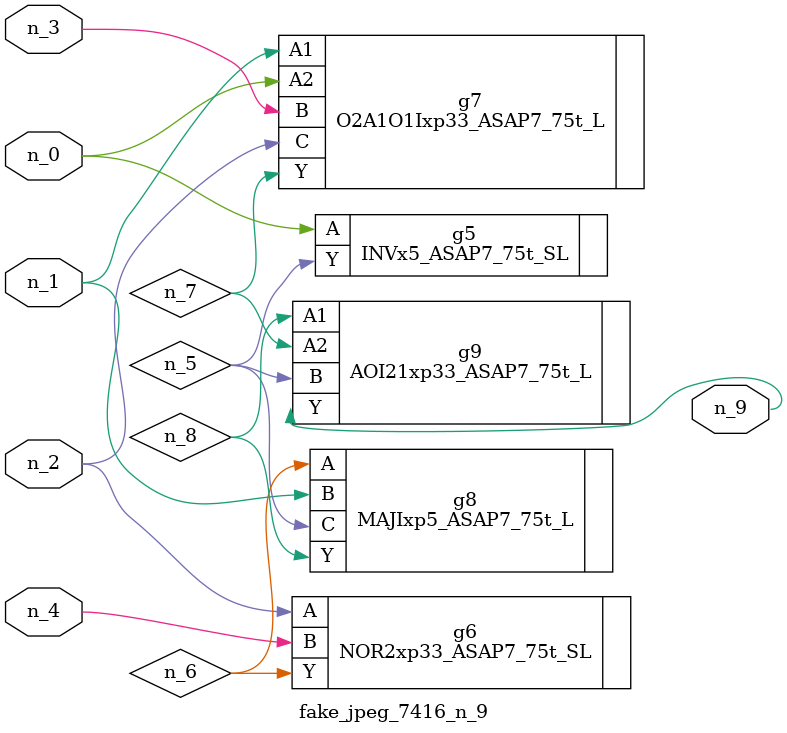
<source format=v>
module fake_jpeg_7416_n_9 (n_3, n_2, n_1, n_0, n_4, n_9);

input n_3;
input n_2;
input n_1;
input n_0;
input n_4;

output n_9;

wire n_8;
wire n_6;
wire n_5;
wire n_7;

INVx5_ASAP7_75t_SL g5 ( 
.A(n_0),
.Y(n_5)
);

NOR2xp33_ASAP7_75t_SL g6 ( 
.A(n_2),
.B(n_4),
.Y(n_6)
);

O2A1O1Ixp33_ASAP7_75t_L g7 ( 
.A1(n_1),
.A2(n_0),
.B(n_3),
.C(n_2),
.Y(n_7)
);

MAJIxp5_ASAP7_75t_L g8 ( 
.A(n_6),
.B(n_1),
.C(n_5),
.Y(n_8)
);

AOI21xp33_ASAP7_75t_L g9 ( 
.A1(n_8),
.A2(n_7),
.B(n_5),
.Y(n_9)
);


endmodule
</source>
